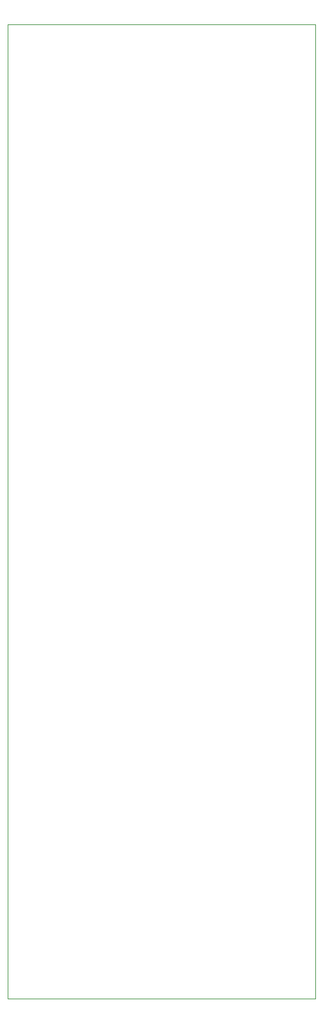
<source format=gbr>
G04 (created by PCBNEW-RS274X (2012-apr-16-27)-stable) date Thu 18 Jun 2015 01:41:52 CEST*
G01*
G70*
G90*
%MOIN*%
G04 Gerber Fmt 3.4, Leading zero omitted, Abs format*
%FSLAX34Y34*%
G04 APERTURE LIST*
%ADD10C,0.006000*%
%ADD11C,0.000800*%
G04 APERTURE END LIST*
G54D10*
G54D11*
X43000Y-69800D02*
X43000Y-19200D01*
X59000Y-69800D02*
X43000Y-69800D01*
X59000Y-19200D02*
X59000Y-69800D01*
X43000Y-19200D02*
X59000Y-19200D01*
M02*

</source>
